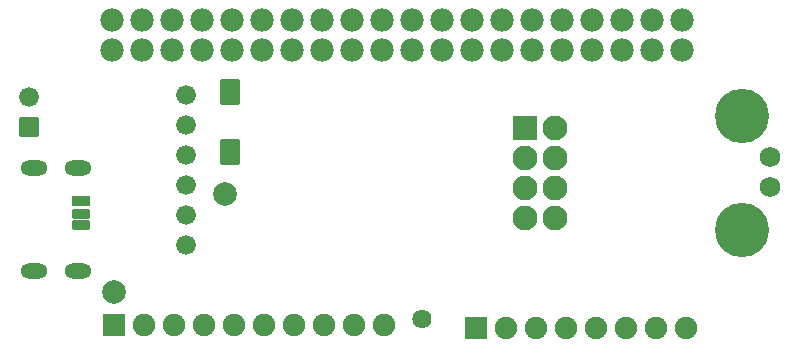
<source format=gts>
G04 Layer: TopSolderMaskLayer*
G04 EasyEDA v6.5.23, 2025-04-20 18:15:51*
G04 2b0ee3c3499d41c98384b79ec2d58562,f9be1a6569124c8bb78035afb8aa2461,10*
G04 Gerber Generator version 0.2*
G04 Scale: 100 percent, Rotated: No, Reflected: No *
G04 Dimensions in millimeters *
G04 leading zeros omitted , absolute positions ,4 integer and 5 decimal *
%FSLAX45Y45*%
%MOMM*%

%AMMACRO1*1,1,$1,$2,$3*1,1,$1,$4,$5*1,1,$1,0-$2,0-$3*1,1,$1,0-$4,0-$5*20,1,$1,$2,$3,$4,$5,0*20,1,$1,$4,$5,0-$2,0-$3,0*20,1,$1,0-$2,0-$3,0-$4,0-$5,0*20,1,$1,0-$4,0-$5,$2,$3,0*4,1,4,$2,$3,$4,$5,0-$2,0-$3,0-$4,0-$5,$2,$3,0*%
%ADD10C,2.0066*%
%ADD11C,1.6256*%
%ADD12MACRO1,0.1016X0.7X-0.35X0.7X0.35*%
%ADD13MACRO1,0.1016X0.7X-0.4X0.7X0.4*%
%ADD14O,2.3015956X1.3015976000000002*%
%ADD15MACRO1,0.1016X0.7874X0.7874X-0.7874X0.7874*%
%ADD16C,1.6764*%
%ADD17C,1.6766*%
%ADD18C,1.7526*%
%ADD19C,1.9812*%
%ADD20MACRO1,0.1016X-0.9X-0.9X0.9X-0.9*%
%ADD21C,1.9016*%
%ADD22MACRO1,0.1016X-0.9X0.9X0.9X0.9*%
%ADD23C,4.6016*%
%ADD24C,2.1016*%
%ADD25MACRO1,0.1016X-1X1X1X1*%
%ADD26MACRO1,0.1016X-0.7695X1.0313X0.7695X1.0313*%
%ADD27MACRO1,0.1016X-0.7695X-1.0313X0.7695X-1.0313*%

%LPD*%
D10*
G01*
X850900Y-2520569D03*
G01*
X1790700Y-1689100D03*
D11*
G01*
X3454400Y-2743200D03*
D12*
G01*
X566099Y-1954302D03*
G01*
X566099Y-1854302D03*
D13*
G01*
X566092Y-1752302D03*
D14*
G01*
X546100Y-1471803D03*
G01*
X546100Y-2336800D03*
G01*
X166090Y-1471803D03*
G01*
X166090Y-2336800D03*
D15*
G01*
X127000Y-1117600D03*
D16*
G01*
X127000Y-863600D03*
D17*
G01*
X1460500Y-850900D03*
G01*
X1460500Y-1104900D03*
G01*
X1460500Y-1358900D03*
G01*
X1460500Y-1612900D03*
G01*
X1460500Y-1866900D03*
G01*
X1460500Y-2120900D03*
D18*
G01*
X6398590Y-1625574D03*
G01*
X6403009Y-1371625D03*
D19*
G01*
X1082802Y-217017D03*
G01*
X1336802Y-217017D03*
G01*
X1590802Y-217017D03*
G01*
X1844802Y-217017D03*
G01*
X2098802Y-217017D03*
G01*
X2352802Y-217017D03*
G01*
X2606802Y-217017D03*
G01*
X2860802Y-217017D03*
G01*
X3114802Y-217017D03*
G01*
X3368802Y-217017D03*
G01*
X3622802Y-217017D03*
G01*
X3876802Y-217017D03*
G01*
X4130802Y-217017D03*
G01*
X4384802Y-217017D03*
G01*
X4639792Y-217017D03*
G01*
X4892802Y-217017D03*
G01*
X5146802Y-217017D03*
G01*
X5400802Y-217017D03*
G01*
X5654802Y-217017D03*
G01*
X1082802Y-470992D03*
G01*
X1336802Y-470992D03*
G01*
X1590802Y-470992D03*
G01*
X1844802Y-470992D03*
G01*
X2098802Y-470992D03*
G01*
X2352802Y-470992D03*
G01*
X2606802Y-470992D03*
G01*
X2860802Y-470992D03*
G01*
X3114802Y-470992D03*
G01*
X3368802Y-470992D03*
G01*
X3622802Y-470992D03*
G01*
X3876802Y-470992D03*
G01*
X4130802Y-470992D03*
G01*
X4384802Y-470992D03*
G01*
X4638802Y-470992D03*
G01*
X4892802Y-470992D03*
G01*
X5146802Y-470992D03*
G01*
X5400802Y-470992D03*
G01*
X5654802Y-470992D03*
G01*
X828802Y-217017D03*
G01*
X828802Y-470992D03*
D20*
G01*
X3911602Y-2819400D03*
D21*
G01*
X4165600Y-2819400D03*
G01*
X4419600Y-2819400D03*
G01*
X4673600Y-2819400D03*
G01*
X4927600Y-2819400D03*
G01*
X5181600Y-2819400D03*
G01*
X5435600Y-2819400D03*
G01*
X5689600Y-2819400D03*
D22*
G01*
X850905Y-2794000D03*
D21*
G01*
X1104900Y-2794000D03*
G01*
X1358900Y-2794000D03*
G01*
X1612900Y-2794000D03*
G01*
X1866900Y-2794000D03*
G01*
X2120900Y-2794000D03*
G01*
X2374900Y-2794000D03*
G01*
X2628900Y-2794000D03*
G01*
X2882900Y-2794000D03*
G01*
X3136900Y-2794000D03*
D23*
G01*
X6162598Y-1991309D03*
G01*
X6162598Y-1031290D03*
D24*
G01*
X4581601Y-1892300D03*
G01*
X4327601Y-1892300D03*
G01*
X4581601Y-1638300D03*
G01*
X4327601Y-1638300D03*
G01*
X4581601Y-1384300D03*
G01*
X4327601Y-1384300D03*
G01*
X4581601Y-1130300D03*
D25*
G01*
X4327601Y-1130300D03*
D26*
G01*
X1828800Y-1329874D03*
D27*
G01*
X1828800Y-829125D03*
M02*

</source>
